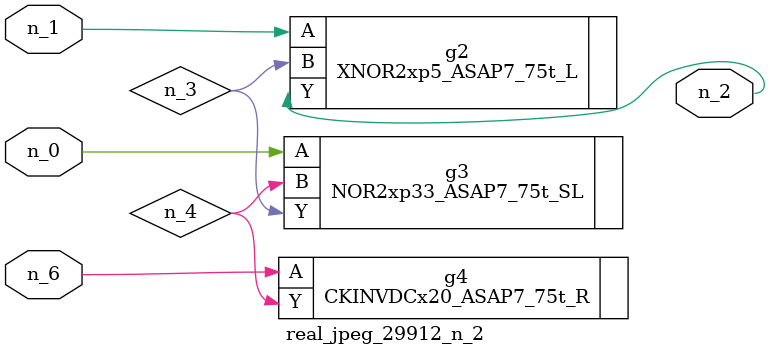
<source format=v>
module real_jpeg_29912_n_2 (n_6, n_1, n_0, n_2);

input n_6;
input n_1;
input n_0;

output n_2;

wire n_4;
wire n_3;

NOR2xp33_ASAP7_75t_SL g3 ( 
.A(n_0),
.B(n_4),
.Y(n_3)
);

XNOR2xp5_ASAP7_75t_L g2 ( 
.A(n_1),
.B(n_3),
.Y(n_2)
);

CKINVDCx20_ASAP7_75t_R g4 ( 
.A(n_6),
.Y(n_4)
);


endmodule
</source>
